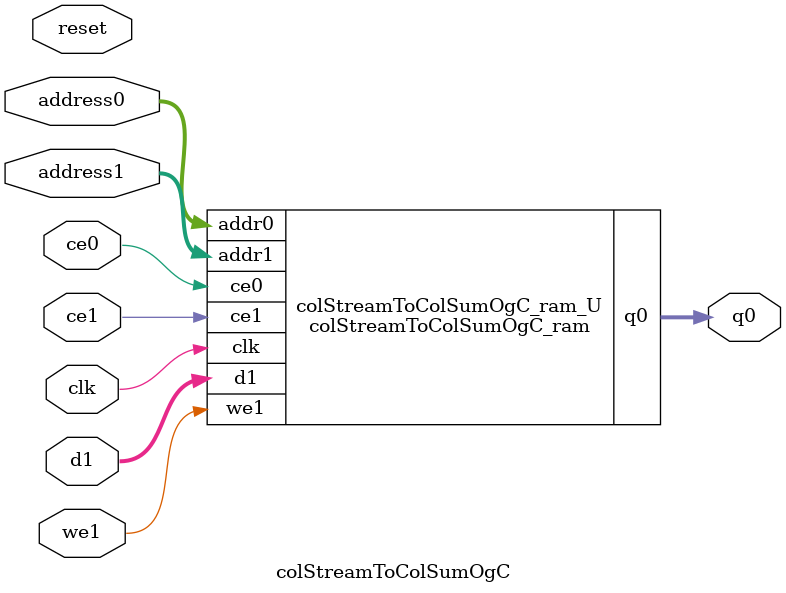
<source format=v>

`timescale 1 ns / 1 ps
module colStreamToColSumOgC_ram (addr0, ce0, q0, addr1, ce1, d1, we1,  clk);

parameter DWIDTH = 52;
parameter AWIDTH = 4;
parameter MEM_SIZE = 13;

input[AWIDTH-1:0] addr0;
input ce0;
output reg[DWIDTH-1:0] q0;
input[AWIDTH-1:0] addr1;
input ce1;
input[DWIDTH-1:0] d1;
input we1;
input clk;

(* ram_style = "distributed" *)reg [DWIDTH-1:0] ram[0:MEM_SIZE-1];




always @(posedge clk)  
begin 
    if (ce0) 
    begin
            q0 <= ram[addr0];
    end
end


always @(posedge clk)  
begin 
    if (ce1) 
    begin
        if (we1) 
        begin 
            ram[addr1] <= d1; 
        end 
    end
end


endmodule


`timescale 1 ns / 1 ps
module colStreamToColSumOgC(
    reset,
    clk,
    address0,
    ce0,
    q0,
    address1,
    ce1,
    we1,
    d1);

parameter DataWidth = 32'd52;
parameter AddressRange = 32'd13;
parameter AddressWidth = 32'd4;
input reset;
input clk;
input[AddressWidth - 1:0] address0;
input ce0;
output[DataWidth - 1:0] q0;
input[AddressWidth - 1:0] address1;
input ce1;
input we1;
input[DataWidth - 1:0] d1;



colStreamToColSumOgC_ram colStreamToColSumOgC_ram_U(
    .clk( clk ),
    .addr0( address0 ),
    .ce0( ce0 ),
    .q0( q0 ),
    .addr1( address1 ),
    .ce1( ce1 ),
    .d1( d1 ),
    .we1( we1 ));

endmodule


</source>
